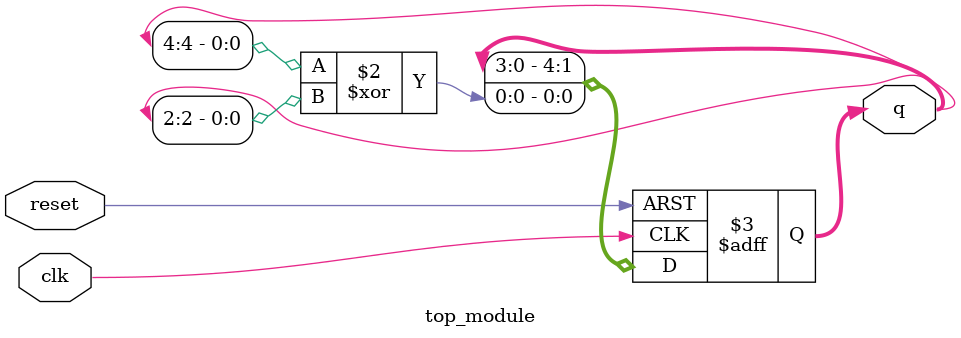
<source format=sv>
module top_module(
    input clk,
    input reset,
    output reg [4:0] q);

    // Galois LFSR with 5 bits and taps at bit positions 5 and 3
    wire feedback;

    always @(posedge clk or posedge reset) begin
        if (reset) begin
            q <= 5'b00001; // Active-high synchronous reset to 1.
        end
        else begin
            // Feedback is XOR of tap positions 5 and 3 with the output bit
            feedback = q[4] ^ q[2]; 
            q <= {q[3:0], feedback}; // Shift left and insert feedback
        end
    end

endmodule

</source>
